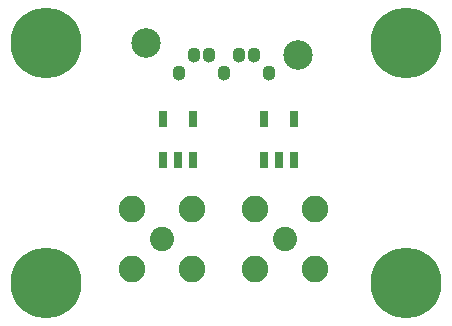
<source format=gbr>
%TF.GenerationSoftware,KiCad,Pcbnew,(5.99.0-10394-g2e15de97e0)*%
%TF.CreationDate,2021-05-18T08:00:54+02:00*%
%TF.ProjectId,SATABAL01,53415441-4241-44c3-9031-2e6b69636164,rev?*%
%TF.SameCoordinates,Original*%
%TF.FileFunction,Soldermask,Bot*%
%TF.FilePolarity,Negative*%
%FSLAX46Y46*%
G04 Gerber Fmt 4.6, Leading zero omitted, Abs format (unit mm)*
G04 Created by KiCad (PCBNEW (5.99.0-10394-g2e15de97e0)) date 2021-05-18 08:00:54*
%MOMM*%
%LPD*%
G01*
G04 APERTURE LIST*
%ADD10O,1.100000X1.300000*%
%ADD11C,2.500000*%
%ADD12C,2.050000*%
%ADD13C,2.250000*%
%ADD14C,6.000000*%
%ADD15R,0.760000X1.400000*%
G04 APERTURE END LIST*
D10*
%TO.C,J1*%
X23926800Y22858600D03*
X22656800Y24358600D03*
X21386800Y24358600D03*
X20116800Y22858600D03*
X18846800Y24358600D03*
X17576800Y24358600D03*
X16306800Y22858600D03*
D11*
X13556800Y25358600D03*
X26386800Y24358600D03*
%TD*%
D12*
%TO.C,J2*%
X14909800Y8763000D03*
D13*
X17449800Y6223000D03*
X17449800Y11303000D03*
X12369800Y11303000D03*
X12369800Y6223000D03*
%TD*%
D14*
%TO.C,H4*%
X35560000Y25400000D03*
%TD*%
D12*
%TO.C,J3*%
X25323800Y8763000D03*
D13*
X27863800Y6223000D03*
X22783800Y6223000D03*
X22783800Y11303000D03*
X27863800Y11303000D03*
%TD*%
D14*
%TO.C,H3*%
X35560000Y5080000D03*
%TD*%
%TO.C,H2*%
X5080000Y25400000D03*
%TD*%
%TO.C,H1*%
X5080000Y5080000D03*
%TD*%
D15*
%TO.C,T2*%
X14986000Y18924000D03*
X17526000Y18924000D03*
X17526000Y15494000D03*
X16256000Y15494000D03*
X14986000Y15494000D03*
%TD*%
%TO.C,T1*%
X23545800Y18910800D03*
X26085800Y18910800D03*
X26085800Y15480800D03*
X24815800Y15480800D03*
X23545800Y15480800D03*
%TD*%
M02*

</source>
